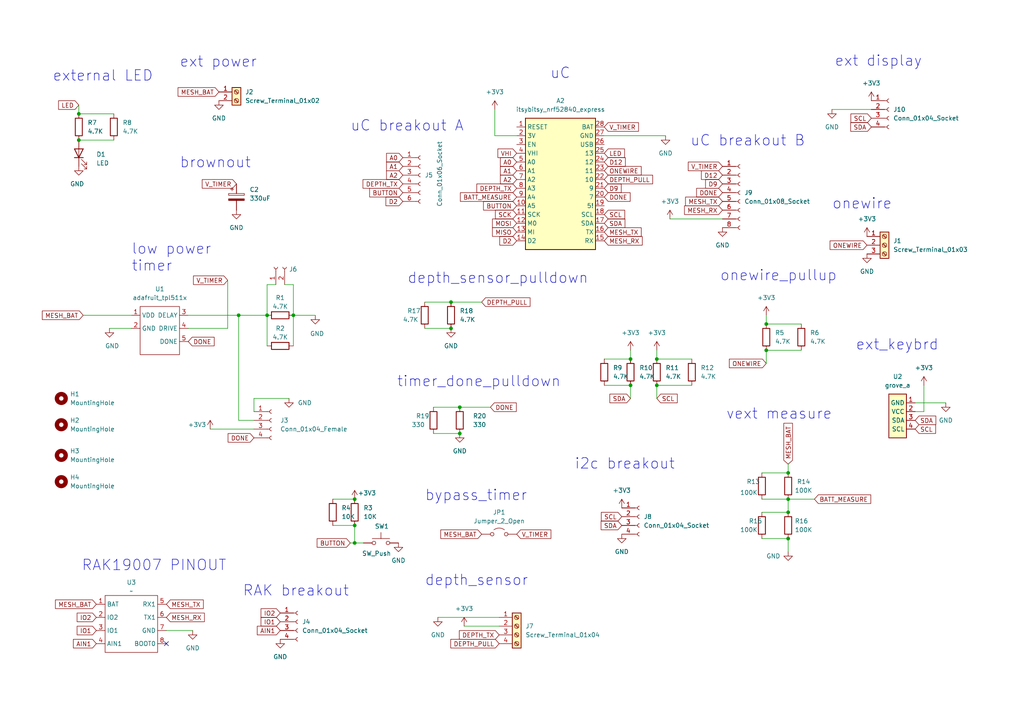
<source format=kicad_sch>
(kicad_sch (version 20231120) (generator "eeschema") (generator_version "8.0")
  (paper "A4")
  (lib_symbols
    (symbol "Connector:Conn_01x02_Socket" (pin_names (offset 1.016) hide)
      (property "Reference" "J" (at 0 2.54 0))
      (property "Value" "Conn_01x02_Socket" (at 0 -5.08 0))
      (symbol "Conn_01x02_Socket_1_1"
        (arc (start 0 -2.032) (mid -0.5058 -2.54) (end 0 -3.048) (stroke (width 0.1524)))
        (polyline (pts (xy -1.27 -2.54) (xy -0.508 -2.54)) (stroke (width 0.1524)))
        (polyline (pts (xy -1.27 0) (xy -0.508 0)) (stroke (width 0.1524)))
        (arc (start 0 0.508) (mid -0.5058 0) (end 0 -0.508) (stroke (width 0.1524)))
        (pin passive line (at -5.08 0 0) (length 3.81) (name "Pin_1") (number "1"))
        (pin passive line (at -5.08 -2.54 0) (length 3.81) (name "Pin_2") (number "2"))
      )
    )
    (symbol "Connector:Conn_01x04_Female" (pin_names (offset 1.016) hide)
      (property "Reference" "J" (at 0 5.08 0))
      (property "Value" "Conn_01x04_Female" (at 0 -7.62 0))
      (symbol "Conn_01x04_Female_1_1"
        (arc (start 0 -4.572) (mid -0.5058 -5.08) (end 0 -5.588) (stroke (width 0.1524)))
        (arc (start 0 -2.032) (mid -0.5058 -2.54) (end 0 -3.048) (stroke (width 0.1524)))
        (polyline (pts (xy -1.27 -5.08) (xy -0.508 -5.08)) (stroke (width 0.1524)))
        (polyline (pts (xy -1.27 -2.54) (xy -0.508 -2.54)) (stroke (width 0.1524)))
        (polyline (pts (xy -1.27 0) (xy -0.508 0)) (stroke (width 0.1524)))
        (polyline (pts (xy -1.27 2.54) (xy -0.508 2.54)) (stroke (width 0.1524)))
        (arc (start 0 0.508) (mid -0.5058 0) (end 0 -0.508) (stroke (width 0.1524)))
        (arc (start 0 3.048) (mid -0.5058 2.54) (end 0 2.032) (stroke (width 0.1524)))
        (pin passive line (at -5.08 2.54 0) (length 3.81) (name "Pin_1") (number "1"))
        (pin passive line (at -5.08 0 0) (length 3.81) (name "Pin_2") (number "2"))
        (pin passive line (at -5.08 -2.54 0) (length 3.81) (name "Pin_3") (number "3"))
        (pin passive line (at -5.08 -5.08 0) (length 3.81) (name "Pin_4") (number "4"))
      )
    )
    (symbol "Connector:Conn_01x04_Socket" (pin_names (offset 1.016) hide)
      (property "Reference" "J" (at 0 5.08 0))
      (property "Value" "Conn_01x04_Socket" (at 0 -7.62 0))
      (symbol "Conn_01x04_Socket_1_1"
        (arc (start 0 -4.572) (mid -0.5058 -5.08) (end 0 -5.588) (stroke (width 0.1524)))
        (arc (start 0 -2.032) (mid -0.5058 -2.54) (end 0 -3.048) (stroke (width 0.1524)))
        (polyline (pts (xy -1.27 -5.08) (xy -0.508 -5.08)) (stroke (width 0.1524)))
        (polyline (pts (xy -1.27 -2.54) (xy -0.508 -2.54)) (stroke (width 0.1524)))
        (polyline (pts (xy -1.27 0) (xy -0.508 0)) (stroke (width 0.1524)))
        (polyline (pts (xy -1.27 2.54) (xy -0.508 2.54)) (stroke (width 0.1524)))
        (arc (start 0 0.508) (mid -0.5058 0) (end 0 -0.508) (stroke (width 0.1524)))
        (arc (start 0 3.048) (mid -0.5058 2.54) (end 0 2.032) (stroke (width 0.1524)))
        (pin passive line (at -5.08 2.54 0) (length 3.81) (name "Pin_1") (number "1"))
        (pin passive line (at -5.08 0 0) (length 3.81) (name "Pin_2") (number "2"))
        (pin passive line (at -5.08 -2.54 0) (length 3.81) (name "Pin_3") (number "3"))
        (pin passive line (at -5.08 -5.08 0) (length 3.81) (name "Pin_4") (number "4"))
      )
    )
    (symbol "Connector:Conn_01x06_Socket" (pin_names (offset 1.016) hide)
      (property "Reference" "J" (at 0 7.62 0))
      (property "Value" "Conn_01x06_Socket" (at 0 -10.16 0))
      (symbol "Conn_01x06_Socket_1_1"
        (arc (start 0 -7.112) (mid -0.5058 -7.62) (end 0 -8.128) (stroke (width 0.1524)))
        (arc (start 0 -4.572) (mid -0.5058 -5.08) (end 0 -5.588) (stroke (width 0.1524)))
        (arc (start 0 -2.032) (mid -0.5058 -2.54) (end 0 -3.048) (stroke (width 0.1524)))
        (polyline (pts (xy -1.27 -7.62) (xy -0.508 -7.62)) (stroke (width 0.1524)))
        (polyline (pts (xy -1.27 -5.08) (xy -0.508 -5.08)) (stroke (width 0.1524)))
        (polyline (pts (xy -1.27 -2.54) (xy -0.508 -2.54)) (stroke (width 0.1524)))
        (polyline (pts (xy -1.27 0) (xy -0.508 0)) (stroke (width 0.1524)))
        (polyline (pts (xy -1.27 2.54) (xy -0.508 2.54)) (stroke (width 0.1524)))
        (polyline (pts (xy -1.27 5.08) (xy -0.508 5.08)) (stroke (width 0.1524)))
        (arc (start 0 0.508) (mid -0.5058 0) (end 0 -0.508) (stroke (width 0.1524)))
        (arc (start 0 3.048) (mid -0.5058 2.54) (end 0 2.032) (stroke (width 0.1524)))
        (arc (start 0 5.588) (mid -0.5058 5.08) (end 0 4.572) (stroke (width 0.1524)))
        (pin passive line (at -5.08 5.08 0) (length 3.81) (name "Pin_1") (number "1"))
        (pin passive line (at -5.08 2.54 0) (length 3.81) (name "Pin_2") (number "2"))
        (pin passive line (at -5.08 0 0) (length 3.81) (name "Pin_3") (number "3"))
        (pin passive line (at -5.08 -2.54 0) (length 3.81) (name "Pin_4") (number "4"))
        (pin passive line (at -5.08 -5.08 0) (length 3.81) (name "Pin_5") (number "5"))
        (pin passive line (at -5.08 -7.62 0) (length 3.81) (name "Pin_6") (number "6"))
      )
    )
    (symbol "Connector:Conn_01x08_Socket" (pin_names (offset 1.016) hide)
      (property "Reference" "J" (at 0 10.16 0))
      (property "Value" "Conn_01x08_Socket" (at 0 -12.7 0))
      (symbol "Conn_01x08_Socket_1_1"
        (arc (start 0 -9.652) (mid -0.5058 -10.16) (end 0 -10.668) (stroke (width 0.1524)))
        (arc (start 0 -7.112) (mid -0.5058 -7.62) (end 0 -8.128) (stroke (width 0.1524)))
        (arc (start 0 -4.572) (mid -0.5058 -5.08) (end 0 -5.588) (stroke (width 0.1524)))
        (arc (start 0 -2.032) (mid -0.5058 -2.54) (end 0 -3.048) (stroke (width 0.1524)))
        (polyline (pts (xy -1.27 -10.16) (xy -0.508 -10.16)) (stroke (width 0.1524)))
        (polyline (pts (xy -1.27 -7.62) (xy -0.508 -7.62)) (stroke (width 0.1524)))
        (polyline (pts (xy -1.27 -5.08) (xy -0.508 -5.08)) (stroke (width 0.1524)))
        (polyline (pts (xy -1.27 -2.54) (xy -0.508 -2.54)) (stroke (width 0.1524)))
        (polyline (pts (xy -1.27 0) (xy -0.508 0)) (stroke (width 0.1524)))
        (polyline (pts (xy -1.27 2.54) (xy -0.508 2.54)) (stroke (width 0.1524)))
        (polyline (pts (xy -1.27 5.08) (xy -0.508 5.08)) (stroke (width 0.1524)))
        (polyline (pts (xy -1.27 7.62) (xy -0.508 7.62)) (stroke (width 0.1524)))
        (arc (start 0 0.508) (mid -0.5058 0) (end 0 -0.508) (stroke (width 0.1524)))
        (arc (start 0 3.048) (mid -0.5058 2.54) (end 0 2.032) (stroke (width 0.1524)))
        (arc (start 0 5.588) (mid -0.5058 5.08) (end 0 4.572) (stroke (width 0.1524)))
        (arc (start 0 8.128) (mid -0.5058 7.62) (end 0 7.112) (stroke (width 0.1524)))
        (pin passive line (at -5.08 7.62 0) (length 3.81) (name "Pin_1") (number "1"))
        (pin passive line (at -5.08 5.08 0) (length 3.81) (name "Pin_2") (number "2"))
        (pin passive line (at -5.08 2.54 0) (length 3.81) (name "Pin_3") (number "3"))
        (pin passive line (at -5.08 0 0) (length 3.81) (name "Pin_4") (number "4"))
        (pin passive line (at -5.08 -2.54 0) (length 3.81) (name "Pin_5") (number "5"))
        (pin passive line (at -5.08 -5.08 0) (length 3.81) (name "Pin_6") (number "6"))
        (pin passive line (at -5.08 -7.62 0) (length 3.81) (name "Pin_7") (number "7"))
        (pin passive line (at -5.08 -10.16 0) (length 3.81) (name "Pin_8") (number "8"))
      )
    )
    (symbol "Connector:Screw_Terminal_01x02" (pin_names (offset 1.016) hide)
      (property "Reference" "J" (at 0 2.54 0))
      (property "Value" "Screw_Terminal_01x02" (at 0 -5.08 0))
      (symbol "Screw_Terminal_01x02_1_1"
        (rectangle (start -1.27 1.27) (end 1.27 -3.81) (stroke (width 0.254)) (fill (type background)))
        (circle (center 0 -2.54) (radius 0.635) (stroke (width 0.1524)))
        (polyline (pts (xy -0.5334 -2.2098) (xy 0.3302 -3.048)) (stroke (width 0.1524)))
        (polyline (pts (xy -0.5334 0.3302) (xy 0.3302 -0.508)) (stroke (width 0.1524)))
        (polyline (pts (xy -0.3556 -2.032) (xy 0.508 -2.8702)) (stroke (width 0.1524)))
        (polyline (pts (xy -0.3556 0.508) (xy 0.508 -0.3302)) (stroke (width 0.1524)))
        (circle (center 0 0) (radius 0.635) (stroke (width 0.1524)))
        (pin passive line (at -5.08 0 0) (length 3.81) (name "Pin_1") (number "1"))
        (pin passive line (at -5.08 -2.54 0) (length 3.81) (name "Pin_2") (number "2"))
      )
    )
    (symbol "Connector:Screw_Terminal_01x03" (pin_names (offset 1.016) hide)
      (property "Reference" "J" (at 0 5.08 0))
      (property "Value" "Screw_Terminal_01x03" (at 0 -5.08 0))
      (symbol "Screw_Terminal_01x03_1_1"
        (rectangle (start -1.27 3.81) (end 1.27 -3.81) (stroke (width 0.254)) (fill (type background)))
        (circle (center 0 -2.54) (radius 0.635) (stroke (width 0.1524)))
        (polyline (pts (xy -0.5334 -2.2098) (xy 0.3302 -3.048)) (stroke (width 0.1524)))
        (polyline (pts (xy -0.5334 0.3302) (xy 0.3302 -0.508)) (stroke (width 0.1524)))
        (polyline (pts (xy -0.5334 2.8702) (xy 0.3302 2.032)) (stroke (width 0.1524)))
        (polyline (pts (xy -0.3556 -2.032) (xy 0.508 -2.8702)) (stroke (width 0.1524)))
        (polyline (pts (xy -0.3556 0.508) (xy 0.508 -0.3302)) (stroke (width 0.1524)))
        (polyline (pts (xy -0.3556 3.048) (xy 0.508 2.2098)) (stroke (width 0.1524)))
        (circle (center 0 0) (radius 0.635) (stroke (width 0.1524)))
        (circle (center 0 2.54) (radius 0.635) (stroke (width 0.1524)))
        (pin passive line (at -5.08 2.54 0) (length 3.81) (name "Pin_1") (number "1"))
        (pin passive line (at -5.08 0 0) (length 3.81) (name "Pin_2") (number "2"))
        (pin passive line (at -5.08 -2.54 0) (length 3.81) (name "Pin_3") (number "3"))
      )
    )
    (symbol "Connector:Screw_Terminal_01x04" (pin_names (offset 1.016) hide)
      (property "Reference" "J" (at 0 5.08 0))
      (property "Value" "Screw_Terminal_01x04" (at 0 -7.62 0))
      (symbol "Screw_Terminal_01x04_1_1"
        (rectangle (start -1.27 3.81) (end 1.27 -6.35) (stroke (width 0.254)) (fill (type background)))
        (circle (center 0 -5.08) (radius 0.635) (stroke (width 0.1524)))
        (circle (center 0 -2.54) (radius 0.635) (stroke (width 0.1524)))
        (polyline (pts (xy -0.5334 -4.7498) (xy 0.3302 -5.588)) (stroke (width 0.1524)))
        (polyline (pts (xy -0.5334 -2.2098) (xy 0.3302 -3.048)) (stroke (width 0.1524)))
        (polyline (pts (xy -0.5334 0.3302) (xy 0.3302 -0.508)) (stroke (width 0.1524)))
        (polyline (pts (xy -0.5334 2.8702) (xy 0.3302 2.032)) (stroke (width 0.1524)))
        (polyline (pts (xy -0.3556 -4.572) (xy 0.508 -5.4102)) (stroke (width 0.1524)))
        (polyline (pts (xy -0.3556 -2.032) (xy 0.508 -2.8702)) (stroke (width 0.1524)))
        (polyline (pts (xy -0.3556 0.508) (xy 0.508 -0.3302)) (stroke (width 0.1524)))
        (polyline (pts (xy -0.3556 3.048) (xy 0.508 2.2098)) (stroke (width 0.1524)))
        (circle (center 0 0) (radius 0.635) (stroke (width 0.1524)))
        (circle (center 0 2.54) (radius 0.635) (stroke (width 0.1524)))
        (pin passive line (at -5.08 2.54 0) (length 3.81) (name "Pin_1") (number "1"))
        (pin passive line (at -5.08 0 0) (length 3.81) (name "Pin_2") (number "2"))
        (pin passive line (at -5.08 -2.54 0) (length 3.81) (name "Pin_3") (number "3"))
        (pin passive line (at -5.08 -5.08 0) (length 3.81) (name "Pin_4") (number "4"))
      )
    )
    (symbol "Device:C_Polarized" (pin_numbers hide) (pin_names (offset 0.254))
      (property "Reference" "C" (at 0.635 2.54 0))
      (property "Value" "C_Polarized" (at 0.635 -2.54 0))
      (symbol "C_Polarized_0_1"
        (rectangle (start -2.286 0.508) (end 2.286 1.016))
        (polyline (pts (xy -1.778 2.286) (xy -0.762 2.286)))
        (polyline (pts (xy -1.27 2.794) (xy -1.27 1.778)))
        (rectangle (start 2.286 -0.508) (end -2.286 -1.016) (fill (type outline)))
      )
      (symbol "C_Polarized_1_1"
        (pin passive line (at 0 3.81 270) (length 2.794) (name "~") (number "1"))
        (pin passive line (at 0 -3.81 90) (length 2.794) (name "~") (number "2"))
      )
    )
    (symbol "Device:LED" (pin_numbers hide) (pin_names (offset 1.016) hide)
      (property "Reference" "D" (at 0 2.54 0))
      (property "Value" "LED" (at 0 -2.54 0))
      (symbol "LED_0_1"
        (polyline (pts (xy -1.27 -1.27) (xy -1.27 1.27)) (stroke (width 0.254)))
        (polyline (pts (xy -1.27 0) (xy 1.27 0)))
        (polyline (pts (xy 1.27 -1.27) (xy 1.27 1.27) (xy -1.27 0) (xy 1.27 -1.27)) (stroke (width 0.254)))
        (polyline (pts (xy -3.048 -0.762) (xy -4.572 -2.286) (xy -3.81 -2.286) (xy -4.572 -2.286) (xy -4.572 -1.524)))
        (polyline (pts (xy -1.778 -0.762) (xy -3.302 -2.286) (xy -2.54 -2.286) (xy -3.302 -2.286) (xy -3.302 -1.524)))
      )
      (symbol "LED_1_1"
        (pin passive line (at -3.81 0 0) (length 2.54) (name "K") (number "1"))
        (pin passive line (at 3.81 0 180) (length 2.54) (name "A") (number "2"))
      )
    )
    (symbol "Device:R" (pin_numbers hide) (pin_names (offset 0))
      (property "Reference" "R" (at 2.032 0 90))
      (property "Value" "R" (at 0 0 90))
      (symbol "R_0_1"
        (rectangle (start -1.016 -2.54) (end 1.016 2.54) (stroke (width 0.254)))
      )
      (symbol "R_1_1"
        (pin passive line (at 0 3.81 270) (length 1.27) (name "~") (number "1"))
        (pin passive line (at 0 -3.81 90) (length 1.27) (name "~") (number "2"))
      )
    )
    (symbol "GND_11" (power) (pin_names (offset 0))
      (property "Value" "GND_11" (at 0 -3.81 0))
      (symbol "GND_11_0_1"
        (polyline (pts (xy 0 0) (xy 0 -1.27) (xy 1.27 -1.27) (xy 0 -2.54) (xy -1.27 -1.27) (xy 0 -1.27)))
      )
      (symbol "GND_11_1_1"
        (pin power_in line (at 0 0 270) (length 0) hide (name "GND") (number "1"))
      )
    )
    (symbol "GND_2" (power) (pin_names (offset 0))
      (property "Value" "GND_2" (at 0 -3.81 0))
      (symbol "GND_2_0_1"
        (polyline (pts (xy 0 0) (xy 0 -1.27) (xy 1.27 -1.27) (xy 0 -2.54) (xy -1.27 -1.27) (xy 0 -1.27)))
      )
      (symbol "GND_2_1_1"
        (pin power_in line (at 0 0 270) (length 0) hide (name "GND") (number "1"))
      )
    )
    (symbol "Jumper:Jumper_2_Open" (pin_numbers hide) (pin_names (offset 0) hide) (exclude_from_sim yes)
      (property "Reference" "JP" (at 0 2.794 0))
      (property "Value" "Jumper_2_Open" (at 0 -2.286 0))
      (symbol "Jumper_2_Open_0_0"
        (circle (center -2.032 0) (radius 0.508))
        (circle (center 2.032 0) (radius 0.508))
      )
      (symbol "Jumper_2_Open_0_1"
        (arc (start 1.524 1.27) (mid 0 1.778) (end -1.524 1.27))
      )
      (symbol "Jumper_2_Open_1_1"
        (pin passive line (at -5.08 0 0) (length 2.54) (name "A") (number "1"))
        (pin passive line (at 5.08 0 180) (length 2.54) (name "B") (number "2"))
      )
    )
    (symbol "Mechanical:MountingHole" (pin_names (offset 1.016))
      (property "Reference" "H" (at 0 5.08 0))
      (property "Value" "MountingHole" (at 0 3.175 0))
      (symbol "MountingHole_0_1"
        (circle (center 0 0) (radius 1.27) (stroke (width 1.27)))
      )
    )
    (symbol "Switch:SW_Push" (pin_numbers hide) (pin_names (offset 1.016) hide)
      (property "Reference" "SW" (at 1.27 2.54 0))
      (property "Value" "SW_Push" (at 0 -1.524 0))
      (symbol "SW_Push_0_1"
        (circle (center -2.032 0) (radius 0.508))
        (polyline (pts (xy 0 1.27) (xy 0 3.048)))
        (polyline (pts (xy 2.54 1.27) (xy -2.54 1.27)))
        (circle (center 2.032 0) (radius 0.508))
        (pin passive line (at -5.08 0 0) (length 2.54) (name "1") (number "1"))
        (pin passive line (at 5.08 0 180) (length 2.54) (name "2") (number "2"))
      )
    )
    (symbol "lucc:grove_a"
      (property "Reference" "U" (at -10.16 10.16 0))
      (property "Value" "grove_a" (at -4.064 11.43 0))
      (symbol "grove_a_0_1"
        (rectangle (start -2.54 7.62) (end 2.54 -5.08) (stroke (width 0.254)) (fill (type background)))
      )
      (symbol "grove_a_1_1"
        (pin bidirectional line (at 5.08 5.08 180) (length 2.54) (name "GND") (number "1"))
        (pin output line (at 5.08 2.54 180) (length 2.54) (name "VCC") (number "2"))
        (pin input line (at 5.08 0 180) (length 2.54) (name "SDA") (number "3"))
        (pin bidirectional line (at 5.08 -2.54 180) (length 2.54) (name "SCL") (number "4"))
      )
    )
    (symbol "lucc:itsybitsy_nrf52840_express"
      (property "Reference" "A" (at -10.16 28.575 0))
      (property "Value" "itsybitsy_nrf52840_express" (at -5.842 29.718 0))
      (symbol "itsybitsy_nrf52840_express_0_1"
        (rectangle (start -10.16 22.86) (end 10.16 -15.24) (stroke (width 0.254)) (fill (type background)))
      )
      (symbol "itsybitsy_nrf52840_express_1_1"
        (pin bidirectional line (at -12.7 20.32 0) (length 2.54) (name "RESET") (number "1"))
        (pin bidirectional line (at -12.7 -2.54 0) (length 2.54) (name "A5") (number "10"))
        (pin bidirectional line (at -12.7 -5.08 0) (length 2.54) (name "SCK") (number "11"))
        (pin bidirectional line (at -12.7 -7.62 0) (length 2.54) (name "M0") (number "12"))
        (pin bidirectional line (at -12.7 -10.16 0) (length 2.54) (name "MI") (number "13"))
        (pin bidirectional line (at -12.7 -12.7 0) (length 2.54) (name "D2") (number "14"))
        (pin bidirectional line (at 12.7 -12.7 180) (length 2.54) (name "RX") (number "15"))
        (pin bidirectional line (at 12.7 -10.16 180) (length 2.54) (name "TX") (number "16"))
        (pin bidirectional line (at 12.7 -7.62 180) (length 2.54) (name "SDA") (number "17"))
        (pin bidirectional line (at 12.7 -5.08 180) (length 2.54) (name "SCL") (number "18"))
        (pin bidirectional line (at 12.7 -2.54 180) (length 2.54) (name "5!") (number "19"))
        (pin bidirectional line (at -12.7 17.78 0) (length 2.54) (name "3V") (number "2"))
        (pin bidirectional line (at 12.7 0 180) (length 2.54) (name "7") (number "20"))
        (pin bidirectional line (at 12.7 2.54 180) (length 2.54) (name "9") (number "21"))
        (pin bidirectional line (at 12.7 5.08 180) (length 2.54) (name "10") (number "22"))
        (pin bidirectional line (at 12.7 7.62 180) (length 2.54) (name "11") (number "23"))
        (pin bidirectional line (at 12.7 10.16 180) (length 2.54) (name "12") (number "24"))
        (pin input line (at 12.7 12.7 180) (length 2.54) (name "13") (number "25"))
        (pin input line (at 12.7 15.24 180) (length 2.54) (name "USB") (number "26"))
        (pin input line (at 12.7 17.78 180) (length 2.54) (name "GND") (number "27"))
        (pin input line (at 12.7 20.32 180) (length 2.54) (name "BAT") (number "28"))
        (pin bidirectional line (at -12.7 15.24 0) (length 2.54) (name "EN") (number "3"))
        (pin bidirectional line (at -12.7 12.7 0) (length 2.54) (name "VHI") (number "4"))
        (pin bidirectional line (at -12.7 10.16 0) (length 2.54) (name "A0") (number "5"))
        (pin bidirectional line (at -12.7 7.62 0) (length 2.54) (name "A1") (number "6"))
        (pin bidirectional line (at -12.7 5.08 0) (length 2.54) (name "A2") (number "7"))
        (pin bidirectional line (at -12.7 2.54 0) (length 2.54) (name "A3") (number "8"))
        (pin bidirectional line (at -12.7 0 0) (length 2.54) (name "A4") (number "9"))
      )
    )
    (symbol "power:+3V3" (power) (pin_names (offset 0))
      (property "Value" "+3V3" (at 0 3.556 0))
      (symbol "+3V3_0_1"
        (polyline (pts (xy -0.762 1.27) (xy 0 2.54)))
        (polyline (pts (xy 0 0) (xy 0 2.54)))
        (polyline (pts (xy 0 2.54) (xy 0.762 1.27)))
      )
      (symbol "+3V3_1_1"
        (pin power_in line (at 0 0 90) (length 0) hide (name "+3V3") (number "1"))
      )
    )
    (symbol "power:GND" (power) (pin_names (offset 0))
      (property "Value" "GND" (at 0 -3.81 0))
      (symbol "GND_0_1"
        (polyline (pts (xy 0 0) (xy 0 -1.27) (xy 1.27 -1.27) (xy 0 -2.54) (xy -1.27 -1.27) (xy 0 -1.27)))
      )
      (symbol "GND_1_1"
        (pin power_in line (at 0 0 270) (length 0) hide (name "GND") (number "1"))
      )
    )
    (symbol "rak19007:rak19007"
      (property "Reference" "U" (at -2.032 5.842 0))
      (symbol "rak19007_0_1"
        (rectangle (start -7.62 3.81) (end 7.62 -12.7))
      )
      (symbol "rak19007_1_1"
        (pin input line (at -10.16 1.27 0) (length 2.54) (name "BAT") (number "1"))
        (pin input line (at -10.16 -2.54 0) (length 2.54) (name "IO2") (number "2"))
        (pin input line (at -10.16 -6.35 0) (length 2.54) (name "IO1") (number "3"))
        (pin input line (at -10.16 -10.16 0) (length 2.54) (name "AIN1") (number "4"))
        (pin input line (at 10.16 1.27 180) (length 2.54) (name "RX1") (number "5"))
        (pin input line (at 10.16 -2.54 180) (length 2.54) (name "TX1") (number "6"))
        (pin input line (at 10.16 -6.35 180) (length 2.54) (name "GND") (number "7"))
        (pin input line (at 10.16 -10.16 180) (length 2.54) (name "BOOT0") (number "8"))
      )
    )
    (symbol "sweet-p:adafruit_tpl511x"
      (property "Reference" "U" (at 0 10.16 0))
      (property "Value" "adafruit_tpl511x" (at 0 3.81 0))
      (symbol "adafruit_tpl511x_0_1"
        (rectangle (start -5.08 1.27) (end 6.35 -12.7))
      )
      (symbol "adafruit_tpl511x_1_1"
        (pin input line (at -7.62 -1.27 0) (length 2.54) (name "VDD") (number "1"))
        (pin input line (at -7.62 -5.08 0) (length 2.54) (name "GND") (number "2"))
        (pin input line (at 8.89 -1.27 180) (length 2.54) (name "DELAY") (number "3"))
        (pin input line (at 8.89 -5.08 180) (length 2.54) (name "DRIVE") (number "4"))
        (pin input line (at 8.89 -8.89 180) (length 2.54) (name "DONE") (number "5"))
      )
    )
  )
  (junction (at 130.81 87.63))
  (junction (at 182.88 104.14))
  (junction (at 133.35 118.11))
  (junction (at 130.81 95.25))
  (junction (at 228.6 137.16))
  (junction (at 85.09 91.44))
  (junction (at 190.5 104.14))
  (junction (at 190.5 111.76))
  (junction (at 222.25 93.98))
  (junction (at 228.6 148.59))
  (junction (at 228.6 156.21))
  (junction (at 77.47 91.44))
  (junction (at 102.87 157.48))
  (junction (at 182.88 111.76))
  (junction (at 22.86 33.02))
  (junction (at 69.215 91.44))
  (junction (at 133.35 125.73))
  (junction (at 22.86 40.64))
  (junction (at 228.6 144.78))
  (junction (at 222.25 101.6))
  (junction (at 102.87 144.78))
  (junction (at 102.87 152.4))
  (no_connect (at 48.26 186.69))
  (wire (pts (xy 134.62 181.61) (xy 144.78 181.61)))
  (wire (pts (xy 133.35 118.11) (xy 142.24 118.11)))
  (wire (pts (xy 182.88 111.76) (xy 182.88 115.57)))
  (wire (pts (xy 175.26 39.37) (xy 193.04 39.37)))
  (wire (pts (xy 228.6 134.62) (xy 228.6 137.16)))
  (wire (pts (xy 125.73 118.11) (xy 133.35 118.11)))
  (wire (pts (xy 222.25 101.6) (xy 222.25 105.41)))
  (wire (pts (xy 222.25 101.6) (xy 232.41 101.6)))
  (wire (pts (xy 190.5 111.76) (xy 190.5 115.57)))
  (wire (pts (xy 265.43 119.38) (xy 267.97 119.38)))
  (wire (pts (xy 125.73 125.73) (xy 133.35 125.73)))
  (wire (pts (xy 194.31 63.5) (xy 209.55 63.5)))
  (wire (pts (xy 69.215 91.44) (xy 69.215 121.92)))
  (wire (pts (xy 228.6 144.78) (xy 228.6 148.59)))
  (wire (pts (xy 77.47 82.55) (xy 80.01 82.55)))
  (wire (pts (xy 85.09 91.44) (xy 85.09 100.33)))
  (wire (pts (xy 22.86 33.02) (xy 33.02 33.02)))
  (wire (pts (xy 228.6 156.21) (xy 228.6 160.02)))
  (wire (pts (xy 123.19 95.25) (xy 130.81 95.25)))
  (wire (pts (xy 190.5 111.76) (xy 200.66 111.76)))
  (wire (pts (xy 101.6 157.48) (xy 102.87 157.48)))
  (wire (pts (xy 69.215 91.44) (xy 77.47 91.44)))
  (wire (pts (xy 265.43 116.84) (xy 274.32 116.84)))
  (wire (pts (xy 77.47 91.44) (xy 77.47 82.55)))
  (wire (pts (xy 22.86 30.48) (xy 22.86 33.02)))
  (wire (pts (xy 220.98 156.21) (xy 228.6 156.21)))
  (wire (pts (xy 73.66 115.57) (xy 83.82 115.57)))
  (wire (pts (xy 130.81 87.63) (xy 139.7 87.63)))
  (wire (pts (xy 123.19 87.63) (xy 130.81 87.63)))
  (wire (pts (xy 22.86 40.64) (xy 33.02 40.64)))
  (wire (pts (xy 85.09 91.44) (xy 91.44 91.44)))
  (wire (pts (xy 149.86 39.37) (xy 143.51 39.37)))
  (wire (pts (xy 85.09 82.55) (xy 82.55 82.55)))
  (wire (pts (xy 222.25 93.98) (xy 232.41 93.98)))
  (wire (pts (xy 24.13 91.44) (xy 38.1 91.44)))
  (wire (pts (xy 102.87 157.48) (xy 102.87 152.4)))
  (wire (pts (xy 222.25 91.44) (xy 222.25 93.98)))
  (wire (pts (xy 190.5 101.6) (xy 190.5 104.14)))
  (wire (pts (xy 96.52 152.4) (xy 102.87 152.4)))
  (wire (pts (xy 73.66 119.38) (xy 73.66 115.57)))
  (wire (pts (xy 220.98 144.78) (xy 228.6 144.78)))
  (wire (pts (xy 228.6 144.78) (xy 236.22 144.78)))
  (wire (pts (xy 85.09 91.44) (xy 85.09 82.55)))
  (wire (pts (xy 182.88 101.6) (xy 182.88 104.14)))
  (wire (pts (xy 77.47 91.44) (xy 77.47 100.33)))
  (wire (pts (xy 267.97 111.76) (xy 267.97 119.38)))
  (wire (pts (xy 190.5 104.14) (xy 200.66 104.14)))
  (wire (pts (xy 127 179.07) (xy 144.78 179.07)))
  (wire (pts (xy 31.75 95.25) (xy 38.1 95.25)))
  (wire (pts (xy 54.61 91.44) (xy 69.215 91.44)))
  (wire (pts (xy 60.96 124.46) (xy 73.66 124.46)))
  (wire (pts (xy 66.04 81.28) (xy 66.04 95.25)))
  (wire (pts (xy 54.61 95.25) (xy 66.04 95.25)))
  (wire (pts (xy 69.215 121.92) (xy 73.66 121.92)))
  (wire (pts (xy 241.3 31.75) (xy 252.73 31.75)))
  (wire (pts (xy 175.26 104.14) (xy 182.88 104.14)))
  (wire (pts (xy 105.41 157.48) (xy 102.87 157.48)))
  (wire (pts (xy 143.51 39.37) (xy 143.51 31.75)))
  (wire (pts (xy 220.98 148.59) (xy 228.6 148.59)))
  (wire (pts (xy 96.52 144.78) (xy 102.87 144.78)))
  (wire (pts (xy 220.98 137.16) (xy 228.6 137.16)))
  (wire (pts (xy 175.26 111.76) (xy 182.88 111.76)))
  (wire (pts (xy 48.26 182.88) (xy 55.88 182.88)))
  (text "uC breakout A" (at 101.6 38.354 0) (effects (font (size 3.048 3.048)) (justify left bottom)))
  (text "bypass_timer" (at 123.19 145.542 0) (effects (font (size 3.048 3.048)) (justify left bottom)))
  (text "brownout" (at 52.07 49.022 0) (effects (font (size 3.048 3.048)) (justify left bottom)))
  (text "depth_sensor_pulldown" (at 118.11 82.55 0) (effects (font (size 3.048 3.048)) (justify left bottom)))
  (text "vext measure" (at 210.566 121.92 0) (effects (font (size 3.048 3.048)) (justify left bottom)))
  (text "onewire" (at 241.3 60.96 0) (effects (font (size 3.048 3.048)) (justify left bottom)))
  (text "timer_done_pulldown" (at 115.062 112.522 0) (effects (font (size 3.048 3.048)) (justify left bottom)))
  (text "uC" (at 159.512 23.114 0) (effects (font (size 3.048 3.048)) (justify left bottom)))
  (text "ext_keybrd" (at 248.158 101.854 0) (effects (font (size 3.048 3.048)) (justify left bottom)))
  (text "onewire_pullup" (at 208.788 81.788 0) (effects (font (size 3.048 3.048)) (justify left bottom)))
  (text "uC breakout B" (at 200.152 42.672 0) (effects (font (size 3.048 3.048)) (justify left bottom)))
  (text "external LED" (at 15.24 23.876 0) (effects (font (size 3.048 3.048)) (justify left bottom)))
  (text "depth_sensor" (at 123.19 170.18 0) (effects (font (size 3.048 3.048)) (justify left bottom)))
  (text "RAK breakout" (at 70.358 173.228 0) (effects (font (size 3.048 3.048)) (justify left bottom)))
  (text "low power\ntimer" (at 38.1 78.994 0) (effects (font (size 3.048 3.048)) (justify left bottom)))
  (text "ext power" (at 52.07 19.812 0) (effects (font (size 3.048 3.048)) (justify left bottom)))
  (text "i2c breakout" (at 166.624 136.398 0) (effects (font (size 3.048 3.048)) (justify left bottom)))
  (text "ext display" (at 242.062 19.558 0) (effects (font (size 3.048 3.048)) (justify left bottom)))
  (text "RAK19007 PINOUT" (at 23.622 165.862 0) (effects (font (size 3.048 3.048)) (justify left bottom)))
  (global_label "A2" (shape input) (at 116.84 50.8 180) (property "Intersheetrefs" "${INTERSHEET_REFS}" (effects (hide yes))))
  (global_label "V_TIMER" (shape input) (at 209.55 48.26 180) (property "Intersheetrefs" "${INTERSHEET_REFS}" (effects (hide yes))))
  (global_label "DONE" (shape input) (at 209.55 55.88 180) (property "Intersheetrefs" "${INTERSHEET_REFS}" (effects (hide yes))))
  (global_label "D9" (shape input) (at 209.55 53.34 180) (property "Intersheetrefs" "${INTERSHEET_REFS}" (effects (hide yes))))
  (global_label "DEPTH_PULL" (shape input) (at 139.7 87.63 0) (property "Intersheetrefs" "${INTERSHEET_REFS}" (effects (hide yes))))
  (global_label "MESH_RX" (shape input) (at 175.26 69.85 0) (property "Intersheetrefs" "${INTERSHEET_REFS}" (effects (hide yes))))
  (global_label "SCL" (shape input) (at 190.5 115.57 0) (property "Intersheetrefs" "${INTERSHEET_REFS}" (effects (hide yes))))
  (global_label "VHI" (shape input) (at 149.86 44.45 180) (property "Intersheetrefs" "${INTERSHEET_REFS}" (effects (hide yes))))
  (global_label "V_TIMER" (shape input) (at 149.86 154.94 0) (property "Intersheetrefs" "${INTERSHEET_REFS}" (effects (hide yes))))
  (global_label "ONEWIRE" (shape input) (at 251.46 71.12 180) (property "Intersheetrefs" "${INTERSHEET_REFS}" (effects (hide yes))))
  (global_label "SDA" (shape input) (at 182.88 115.57 180) (property "Intersheetrefs" "${INTERSHEET_REFS}" (effects (hide yes))))
  (global_label "BUTTON" (shape input) (at 149.86 59.69 180) (property "Intersheetrefs" "${INTERSHEET_REFS}" (effects (hide yes))))
  (global_label "SCK" (shape input) (at 149.86 62.23 180) (property "Intersheetrefs" "${INTERSHEET_REFS}" (effects (hide yes))))
  (global_label "MESH_BAT" (shape input) (at 139.7 154.94 180) (property "Intersheetrefs" "${INTERSHEET_REFS}" (effects (hide yes))))
  (global_label "V_TIMER" (shape input) (at 66.04 81.28 180) (property "Intersheetrefs" "${INTERSHEET_REFS}" (effects (hide yes))))
  (global_label "SCL" (shape input) (at 252.73 34.29 180) (property "Intersheetrefs" "${INTERSHEET_REFS}" (effects (hide yes))))
  (global_label "DEPTH_TX" (shape input) (at 144.78 184.15 180) (property "Intersheetrefs" "${INTERSHEET_REFS}" (effects (hide yes))))
  (global_label "MESH_BAT" (shape input) (at 63.5 26.67 180) (property "Intersheetrefs" "${INTERSHEET_REFS}" (effects (hide yes))))
  (global_label "BUTTON" (shape input) (at 116.84 55.88 180) (property "Intersheetrefs" "${INTERSHEET_REFS}" (effects (hide yes))))
  (global_label "DEPTH_PULL" (shape input) (at 144.78 186.69 180) (property "Intersheetrefs" "${INTERSHEET_REFS}" (effects (hide yes))))
  (global_label "D2" (shape input) (at 149.86 69.85 180) (property "Intersheetrefs" "${INTERSHEET_REFS}" (effects (hide yes))))
  (global_label "MESH_TX" (shape input) (at 209.55 58.42 180) (property "Intersheetrefs" "${INTERSHEET_REFS}" (effects (hide yes))))
  (global_label "D9" (shape input) (at 175.26 54.61 0) (property "Intersheetrefs" "${INTERSHEET_REFS}" (effects (hide yes))))
  (global_label "LED" (shape input) (at 175.26 44.45 0) (property "Intersheetrefs" "${INTERSHEET_REFS}" (effects (hide yes))))
  (global_label "MISO" (shape input) (at 149.86 67.31 180) (property "Intersheetrefs" "${INTERSHEET_REFS}" (effects (hide yes))))
  (global_label "DONE" (shape input) (at 175.26 57.15 0) (property "Intersheetrefs" "${INTERSHEET_REFS}" (effects (hide yes))))
  (global_label "V_TIMER" (shape input) (at 68.58 53.34 180) (property "Intersheetrefs" "${INTERSHEET_REFS}" (effects (hide yes))))
  (global_label "D12" (shape input) (at 175.26 46.99 0) (property "Intersheetrefs" "${INTERSHEET_REFS}" (effects (hide yes))))
  (global_label "DEPTH_TX" (shape input) (at 149.86 54.61 180) (property "Intersheetrefs" "${INTERSHEET_REFS}" (effects (hide yes))))
  (global_label "LED" (shape input) (at 22.86 30.48 180) (property "Intersheetrefs" "${INTERSHEET_REFS}" (effects (hide yes))))
  (global_label "DONE" (shape input) (at 54.61 99.06 0) (property "Intersheetrefs" "${INTERSHEET_REFS}" (effects (hide yes))))
  (global_label "MESH_TX" (shape input) (at 48.26 175.26 0) (property "Intersheetrefs" "${INTERSHEET_REFS}" (effects (hide yes))))
  (global_label "IO2" (shape input) (at 27.94 179.07 180) (property "Intersheetrefs" "${INTERSHEET_REFS}" (effects (hide yes))))
  (global_label "A0" (shape input) (at 116.84 45.72 180) (property "Intersheetrefs" "${INTERSHEET_REFS}" (effects (hide yes))))
  (global_label "ONEWIRE" (shape input) (at 175.26 49.53 0) (property "Intersheetrefs" "${INTERSHEET_REFS}" (effects (hide yes))))
  (global_label "MESH_BAT" (shape input) (at 228.6 134.62 90) (property "Intersheetrefs" "${INTERSHEET_REFS}" (effects (hide yes))))
  (global_label "MESH_RX" (shape input) (at 209.55 60.96 180) (property "Intersheetrefs" "${INTERSHEET_REFS}" (effects (hide yes))))
  (global_label "A1" (shape input) (at 149.86 49.53 180) (property "Intersheetrefs" "${INTERSHEET_REFS}" (effects (hide yes))))
  (global_label "MESH_BAT" (shape input) (at 27.94 175.26 180) (property "Intersheetrefs" "${INTERSHEET_REFS}" (effects (hide yes))))
  (global_label "BUTTON" (shape input) (at 101.6 157.48 180) (property "Intersheetrefs" "${INTERSHEET_REFS}" (effects (hide yes))))
  (global_label "SDA" (shape input) (at 265.43 121.92 0) (property "Intersheetrefs" "${INTERSHEET_REFS}" (effects (hide yes))))
  (global_label "AIN1" (shape input) (at 27.94 186.69 180) (property "Intersheetrefs" "${INTERSHEET_REFS}" (effects (hide yes))))
  (global_label "A0" (shape input) (at 149.86 46.99 180) (property "Intersheetrefs" "${INTERSHEET_REFS}" (effects (hide yes))))
  (global_label "SCL" (shape input) (at 180.34 149.86 180) (property "Intersheetrefs" "${INTERSHEET_REFS}" (effects (hide yes))))
  (global_label "AIN1" (shape input) (at 81.28 182.88 180) (property "Intersheetrefs" "${INTERSHEET_REFS}" (effects (hide yes))))
  (global_label "SDA" (shape input) (at 180.34 152.4 180) (property "Intersheetrefs" "${INTERSHEET_REFS}" (effects (hide yes))))
  (global_label "MESH_TX" (shape input) (at 175.26 67.31 0) (property "Intersheetrefs" "${INTERSHEET_REFS}" (effects (hide yes))))
  (global_label "IO1" (shape input) (at 81.28 180.34 180) (property "Intersheetrefs" "${INTERSHEET_REFS}" (effects (hide yes))))
  (global_label "MOSI" (shape input) (at 149.86 64.77 180) (property "Intersheetrefs" "${INTERSHEET_REFS}" (effects (hide yes))))
  (global_label "BATT_MEASURE" (shape input) (at 236.22 144.78 0) (property "Intersheetrefs" "${INTERSHEET_REFS}" (effects (hide yes))))
  (global_label "V_TIMER" (shape input) (at 175.26 36.83 0) (property "Intersheetrefs" "${INTERSHEET_REFS}" (effects (hide yes))))
  (global_label "A1" (shape input) (at 116.84 48.26 180) (property "Intersheetrefs" "${INTERSHEET_REFS}" (effects (hide yes))))
  (global_label "DONE" (shape input) (at 73.66 127 180) (property "Intersheetrefs" "${INTERSHEET_REFS}" (effects (hide yes))))
  (global_label "MESH_BAT" (shape input) (at 24.13 91.44 180) (property "Intersheetrefs" "${INTERSHEET_REFS}" (effects (hide yes))))
  (global_label "BATT_MEASURE" (shape input) (at 149.86 57.15 180) (property "Intersheetrefs" "${INTERSHEET_REFS}" (effects (hide yes))))
  (global_label "ONEWIRE" (shape input) (at 222.25 105.41 180) (property "Intersheetrefs" "${INTERSHEET_REFS}" (effects (hide yes))))
  (global_label "D12" (shape input) (at 209.55 50.8 180) (property "Intersheetrefs" "${INTERSHEET_REFS}" (effects (hide yes))))
  (global_label "DEPTH_PULL" (shape input) (at 175.26 52.07 0) (property "Intersheetrefs" "${INTERSHEET_REFS}" (effects (hide yes))))
  (global_label "SDA" (shape input) (at 252.73 36.83 180) (property "Intersheetrefs" "${INTERSHEET_REFS}" (effects (hide yes))))
  (global_label "IO2" (shape input) (at 81.28 177.8 180) (property "Intersheetrefs" "${INTERSHEET_REFS}" (effects (hide yes))))
  (global_label "DONE" (shape input) (at 142.24 118.11 0) (property "Intersheetrefs" "${INTERSHEET_REFS}" (effects (hide yes))))
  (global_label "DEPTH_TX" (shape input) (at 116.84 53.34 180) (property "Intersheetrefs" "${INTERSHEET_REFS}" (effects (hide yes))))
  (global_label "A2" (shape input) (at 149.86 52.07 180) (property "Intersheetrefs" "${INTERSHEET_REFS}" (effects (hide yes))))
  (global_label "D2" (shape input) (at 116.84 58.42 180) (property "Intersheetrefs" "${INTERSHEET_REFS}" (effects (hide yes))))
  (global_label "SCL" (shape input) (at 175.26 62.23 0) (property "Intersheetrefs" "${INTERSHEET_REFS}" (effects (hide yes))))
  (global_label "SCL" (shape input) (at 265.43 124.46 0) (property "Intersheetrefs" "${INTERSHEET_REFS}" (effects (hide yes))))
  (global_label "SDA" (shape input) (at 175.26 64.77 0) (property "Intersheetrefs" "${INTERSHEET_REFS}" (effects (hide yes))))
  (global_label "IO1" (shape input) (at 27.94 182.88 180) (property "Intersheetrefs" "${INTERSHEET_REFS}" (effects (hide yes))))
  (global_label "MESH_RX" (shape input) (at 48.26 179.07 0) (property "Intersheetrefs" "${INTERSHEET_REFS}" (effects (hide yes))))
  (symbol (lib_id "power:GND") (at 228.6 160.02 0) (unit 1)
    (property "Reference" "#PWR022" (effects (hide yes)))
    (property "Value" "GND" (at 222.25 161.29 0) (effects (justify left)))
  )
  (symbol (lib_id "rak19007:rak19007") (at 38.1 176.53 0) (unit 1)
    (property "Reference" "U3" (at 38.1 168.91 0))
    (property "Value" "~" (at 38.1 171.45 0))
    (property "Footprint" "rak19007:rak19007" (effects (hide yes)))
  )
  (symbol (lib_name "GND_11") (lib_id "power:GND") (at 274.32 116.84 0) (unit 1)
    (property "Reference" "#PWR028" (effects (hide yes)))
    (property "Value" "GND" (at 274.32 121.92 0))
  )
  (symbol (lib_id "Mechanical:MountingHole") (at 17.78 123.19 0) (unit 1)
    (property "Reference" "H2" (at 20.32 121.9199 0) (effects (justify left)))
    (property "Value" "MountingHole" (at 20.32 124.4599 0) (effects (justify left)))
    (property "Footprint" "MountingHole:MountingHole_3.2mm_M3" (effects (hide yes)))
  )
  (symbol (lib_id "power:+3V3") (at 134.62 181.61 0) (unit 1)
    (property "Reference" "#PWR030" (effects (hide yes)))
    (property "Value" "+3V3" (at 134.62 176.53 0))
  )
  (symbol (lib_id "power:+3V3") (at 180.34 147.32 0) (unit 1)
    (property "Reference" "#PWR024" (effects (hide yes)))
    (property "Value" "+3V3" (at 180.34 142.24 0))
  )
  (symbol (lib_id "power:+3V3") (at 143.51 31.75 0) (unit 1)
    (property "Reference" "#PWR018" (effects (hide yes)))
    (property "Value" "+3V3" (at 143.51 26.67 0))
  )
  (symbol (lib_id "power:+3V3") (at 267.97 111.76 0) (unit 1)
    (property "Reference" "#PWR031" (effects (hide yes)))
    (property "Value" "+3V3" (at 267.97 106.68 0))
  )
  (symbol (lib_id "Connector:Conn_01x06_Socket") (at 121.92 50.8 0) (unit 1)
    (property "Reference" "J5" (at 123.19 50.7999 0) (effects (justify left)))
    (property "Value" "Conn_01x06_Socket" (at 127.508 59.944 90) (effects (justify left)))
    (property "Footprint" "Connector_PinHeader_2.54mm:PinHeader_1x06_P2.54mm_Vertical" (effects (hide yes)))
    (property "Description" "Generic connector, single row, 01x06, script generated" (effects (hide yes)))
  )
  (symbol (lib_id "Device:R") (at 228.6 140.97 0) (unit 1)
    (property "Reference" "R14" (at 231.14 139.7 0) (effects (justify left)))
    (property "Value" "100K" (at 230.505 142.24 0) (effects (justify left)))
    (property "Footprint" "Resistor_SMD:R_0603_1608Metric_Pad0.98x0.95mm_HandSolder" (effects (hide yes)))
  )
  (symbol (lib_id "Device:R") (at 102.87 148.59 0) (unit 1)
    (property "Reference" "R3" (at 105.41 147.3199 0) (effects (justify left)))
    (property "Value" "10K" (at 105.41 149.8599 0) (effects (justify left)))
    (property "Footprint" "Resistor_SMD:R_0603_1608Metric_Pad0.98x0.95mm_HandSolder" (effects (hide yes)))
    (property "Description" "Resistor" (effects (hide yes)))
  )
  (symbol (lib_id "Connector:Conn_01x02_Socket") (at 80.01 77.47 90) (unit 1)
    (property "Reference" "J6" (at 83.82 78.1049 90) (effects (justify right)))
    (property "Value" "Conn_01x02_Socket" (effects (hide yes)))
    (property "Footprint" "Connector_PinSocket_2.54mm:PinSocket_1x02_P2.54mm_Vertical" (effects (hide yes)))
    (property "Description" "Generic connector, single row, 01x02, script generated" (effects (hide yes)))
  )
  (symbol (lib_id "Device:R") (at 190.5 107.95 0) (unit 1)
    (property "Reference" "R11" (at 193.04 106.6799 0) (effects (justify left)))
    (property "Value" "4.7K" (at 193.04 109.2199 0) (effects (justify left)))
    (property "Footprint" "Resistor_SMD:R_0603_1608Metric_Pad0.98x0.95mm_HandSolder" (effects (hide yes)))
  )
  (symbol (lib_id "Connector:Screw_Terminal_01x04") (at 149.86 181.61 0) (unit 1)
    (property "Reference" "J7" (at 152.4 181.6099 0) (effects (justify left)))
    (property "Value" "Screw_Terminal_01x04" (at 152.4 184.1499 0) (effects (justify left)))
    (property "Footprint" "TerminalBlock_Phoenix:TerminalBlock_Phoenix_MKDS-1,5-4_1x04_P5.00mm_Horizontal" (effects (hide yes)))
    (property "Description" "Generic screw terminal, single row, 01x04, script generated (kicad-library-utils/schlib/autogen/connector/)" (effects (hide yes)))
  )
  (symbol (lib_id "Device:R") (at 123.19 91.44 0) (unit 1)
    (property "Reference" "R17" (at 118.11 90.17 0) (effects (justify left)))
    (property "Value" "4.7K" (at 116.84 92.71 0) (effects (justify left)))
    (property "Footprint" "Resistor_THT:R_Axial_DIN0204_L3.6mm_D1.6mm_P7.62mm_Horizontal" (effects (hide yes)))
  )
  (symbol (lib_name "GND_2") (lib_id "power:GND") (at 83.82 115.57 0) (unit 1)
    (property "Reference" "#PWR08" (effects (hide yes)))
    (property "Value" "GND" (at 86.36 116.8399 0) (effects (justify left)))
  )
  (symbol (lib_id "Device:R") (at 182.88 107.95 0) (unit 1)
    (property "Reference" "R10" (at 185.42 106.6799 0) (effects (justify left)))
    (property "Value" "4.7K" (at 185.42 109.2199 0) (effects (justify left)))
    (property "Footprint" "Resistor_SMD:R_0603_1608Metric_Pad0.98x0.95mm_HandSolder" (effects (hide yes)))
  )
  (symbol (lib_id "Connector:Screw_Terminal_01x02") (at 68.58 26.67 0) (unit 1)
    (property "Reference" "J2" (at 71.12 26.6699 0) (effects (justify left)))
    (property "Value" "Screw_Terminal_01x02" (at 71.12 29.2099 0) (effects (justify left)))
    (property "Footprint" "TerminalBlock_Phoenix:TerminalBlock_Phoenix_MKDS-1,5-2_1x02_P5.00mm_Horizontal" (effects (hide yes)))
  )
  (symbol (lib_id "Device:R") (at 96.52 148.59 0) (unit 1)
    (property "Reference" "R4" (at 99.06 147.3199 0) (effects (justify left)))
    (property "Value" "10K" (at 99.06 149.8599 0) (effects (justify left)))
    (property "Footprint" "Resistor_THT:R_Axial_DIN0204_L3.6mm_D1.6mm_P7.62mm_Horizontal" (effects (hide yes)))
    (property "Description" "Resistor" (effects (hide yes)))
  )
  (symbol (lib_id "Device:R") (at 220.98 140.97 0) (unit 1)
    (property "Reference" "R13" (at 216.535 139.7 0) (effects (justify left)))
    (property "Value" "100K" (at 214.63 142.875 0) (effects (justify left)))
    (property "Footprint" "Resistor_THT:R_Axial_DIN0204_L3.6mm_D1.6mm_P7.62mm_Horizontal" (effects (hide yes)))
  )
  (symbol (lib_id "lucc:grove_a") (at 260.35 121.92 0) (unit 1)
    (property "Reference" "U2" (at 260.35 109.22 0))
    (property "Value" "grove_a" (at 260.35 111.76 0))
    (property "Footprint" "footprints:grove_a" (effects (hide yes)))
    (property "Datasheet" "https://ww1.microchip.com/downloads/en/DeviceDoc/20005533A.pdf" (effects (hide yes)))
    (property "Description" "CAN FD Transceiver with Silent Mode, up to 8 Mbps, TDFN-8" (effects (hide yes)))
  )
  (symbol (lib_id "power:GND") (at 68.58 60.96 0) (unit 1)
    (property "Reference" "#PWR02" (effects (hide yes)))
    (property "Value" "GND" (at 68.58 66.04 0))
  )
  (symbol (lib_id "Mechanical:MountingHole") (at 17.78 132.08 0) (unit 1)
    (property "Reference" "H3" (at 20.32 130.8099 0) (effects (justify left)))
    (property "Value" "MountingHole" (at 20.32 133.3499 0) (effects (justify left)))
    (property "Footprint" "MountingHole:MountingHole_3.2mm_M3" (effects (hide yes)))
  )
  (symbol (lib_id "Device:R") (at 130.81 91.44 0) (unit 1)
    (property "Reference" "R18" (at 133.35 90.1699 0) (effects (justify left)))
    (property "Value" "4.7K" (at 133.35 92.7099 0) (effects (justify left)))
    (property "Footprint" "Resistor_SMD:R_0603_1608Metric_Pad0.98x0.95mm_HandSolder" (effects (hide yes)))
  )
  (symbol (lib_id "Device:R") (at 22.86 36.83 0) (unit 1)
    (property "Reference" "R7" (at 25.4 35.5599 0) (effects (justify left)))
    (property "Value" "4.7K" (at 25.4 38.0999 0) (effects (justify left)))
    (property "Footprint" "Resistor_THT:R_Axial_DIN0204_L3.6mm_D1.6mm_P7.62mm_Horizontal" (effects (hide yes)))
  )
  (symbol (lib_id "Connector:Conn_01x04_Socket") (at 257.81 31.75 0) (unit 1)
    (property "Reference" "J10" (at 259.08 31.7499 0) (effects (justify left)))
    (property "Value" "Conn_01x04_Socket" (at 259.08 34.2899 0) (effects (justify left)))
    (property "Footprint" "footprints:ssd1306_a" (effects (hide yes)))
    (property "Description" "Generic connector, single row, 01x04, script generated" (effects (hide yes)))
  )
  (symbol (lib_id "Device:R") (at 125.73 121.92 0) (unit 1)
    (property "Reference" "R19" (at 120.65 120.65 0) (effects (justify left)))
    (property "Value" "330" (at 119.38 123.19 0) (effects (justify left)))
    (property "Footprint" "Resistor_THT:R_Axial_DIN0204_L3.6mm_D1.6mm_P7.62mm_Horizontal" (effects (hide yes)))
  )
  (symbol (lib_id "Switch:SW_Push") (at 110.49 157.48 0) (unit 1)
    (property "Reference" "SW1" (at 110.744 152.654 0))
    (property "Value" "SW_Push" (at 109.22 160.528 0))
    (property "Footprint" "Button_Switch_THT:SW_PUSH_6mm" (effects (hide yes)))
    (property "Description" "Push button switch, generic, two pins" (effects (hide yes)))
  )
  (symbol (lib_name "GND_11") (lib_id "power:GND") (at 81.28 185.42 0) (unit 1)
    (property "Reference" "#PWR010" (effects (hide yes)))
    (property "Value" "GND" (at 81.28 190.5 0))
  )
  (symbol (lib_id "Connector:Conn_01x04_Female") (at 78.74 121.92 0) (unit 1)
    (property "Reference" "J3" (at 81.28 121.9199 0) (effects (justify left)))
    (property "Value" "Conn_01x04_Female" (at 81.28 124.4599 0) (effects (justify left)))
    (property "Footprint" "Connector_PinSocket_2.54mm:PinSocket_1x04_P2.54mm_Vertical" (effects (hide yes)))
  )
  (symbol (lib_id "power:GND") (at 130.81 95.25 0) (unit 1)
    (property "Reference" "#PWR023" (effects (hide yes)))
    (property "Value" "GND" (at 130.81 100.33 0))
  )
  (symbol (lib_name "GND_11") (lib_id "power:GND") (at 241.3 31.75 0) (unit 1)
    (property "Reference" "#PWR025" (effects (hide yes)))
    (property "Value" "GND" (at 241.3 36.83 0))
  )
  (symbol (lib_id "power:+3V3") (at 194.31 63.5 0) (unit 1)
    (property "Reference" "#PWR020" (effects (hide yes)))
    (property "Value" "+3V3" (at 194.31 58.42 0))
  )
  (symbol (lib_id "Device:R") (at 133.35 121.92 0) (unit 1)
    (property "Reference" "R20" (at 137.16 120.6499 0) (effects (justify left)))
    (property "Value" "330" (at 137.16 123.1899 0) (effects (justify left)))
    (property "Footprint" "Resistor_SMD:R_0603_1608Metric_Pad0.98x0.95mm_HandSolder" (effects (hide yes)))
  )
  (symbol (lib_id "power:GND") (at 63.5 29.21 0) (unit 1)
    (property "Reference" "#PWR04" (effects (hide yes)))
    (property "Value" "GND" (at 63.5 34.29 0))
  )
  (symbol (lib_id "power:GND") (at 193.04 39.37 0) (unit 1)
    (property "Reference" "#PWR01" (effects (hide yes)))
    (property "Value" "GND" (at 193.04 44.45 0))
  )
  (symbol (lib_id "Device:C_Polarized") (at 68.58 57.15 0) (unit 1)
    (property "Reference" "C2" (at 72.39 54.9909 0) (effects (justify left)))
    (property "Value" "330uF" (at 72.39 57.5309 0) (effects (justify left)))
    (property "Footprint" "Capacitor_THT:CP_Radial_D5.0mm_P2.00mm" (effects (hide yes)))
    (property "Description" "Polarized capacitor" (effects (hide yes)))
  )
  (symbol (lib_id "sweet-p:adafruit_tpl511x") (at 45.72 90.17 0) (unit 1)
    (property "Reference" "U1" (at 46.355 83.82 0))
    (property "Value" "adafruit_tpl511x" (at 46.355 86.36 0))
    (property "Footprint" "footprints:adafruit_tpl511x" (effects (hide yes)))
  )
  (symbol (lib_name "GND_11") (lib_id "power:GND") (at 180.34 154.94 0) (unit 1)
    (property "Reference" "#PWR011" (effects (hide yes)))
    (property "Value" "GND" (at 180.34 160.02 0))
  )
  (symbol (lib_id "power:+3V3") (at 252.73 29.21 0) (unit 1)
    (property "Reference" "#PWR027" (effects (hide yes)))
    (property "Value" "+3V3" (at 252.73 24.13 0))
  )
  (symbol (lib_id "Connector:Screw_Terminal_01x03") (at 256.54 71.12 0) (unit 1)
    (property "Reference" "J1" (at 259.08 69.8499 0) (effects (justify left)))
    (property "Value" "Screw_Terminal_01x03" (at 259.08 72.3899 0) (effects (justify left)))
    (property "Footprint" "TerminalBlock_Phoenix:TerminalBlock_Phoenix_MKDS-1,5-3_1x03_P5.00mm_Horizontal" (effects (hide yes)))
    (property "Description" "Generic screw terminal, single row, 01x03, script generated (kicad-library-utils/schlib/autogen/connector/)" (effects (hide yes)))
  )
  (symbol (lib_id "power:+3V3") (at 222.25 91.44 0) (unit 1)
    (property "Reference" "#PWR014" (effects (hide yes)))
    (property "Value" "+3V3" (at 222.25 86.36 0))
  )
  (symbol (lib_id "power:+3V3") (at 102.87 144.78 0) (unit 1)
    (property "Reference" "#PWR016" (effects (hide yes)))
    (property "Value" "+3V3" (at 106.426 143.002 0))
  )
  (symbol (lib_id "Device:R") (at 81.28 91.44 90) (unit 1)
    (property "Reference" "R1" (at 81.28 86.36 90))
    (property "Value" "4.7K" (at 81.28 88.9 90))
    (property "Footprint" "Resistor_SMD:R_0603_1608Metric_Pad0.98x0.95mm_HandSolder" (effects (hide yes)))
  )
  (symbol (lib_id "power:+3V3") (at 190.5 101.6 0) (unit 1)
    (property "Reference" "#PWR013" (effects (hide yes)))
    (property "Value" "+3V3" (at 190.5 96.52 0))
  )
  (symbol (lib_name "GND_11") (lib_id "power:GND") (at 251.46 73.66 0) (unit 1)
    (property "Reference" "#PWR03" (effects (hide yes)))
    (property "Value" "GND" (at 251.46 78.74 0))
  )
  (symbol (lib_id "power:GND") (at 209.55 66.04 0) (unit 1)
    (property "Reference" "#PWR017" (effects (hide yes)))
    (property "Value" "GND" (at 209.55 71.12 0))
  )
  (symbol (lib_id "Connector:Conn_01x08_Socket") (at 214.63 55.88 0) (unit 1)
    (property "Reference" "J9" (at 215.9 55.8799 0) (effects (justify left)))
    (property "Value" "Conn_01x08_Socket" (at 215.9 58.4199 0) (effects (justify left)))
    (property "Footprint" "Connector_PinHeader_2.54mm:PinHeader_1x08_P2.54mm_Vertical" (effects (hide yes)))
    (property "Description" "Generic connector, single row, 01x08, script generated" (effects (hide yes)))
  )
  (symbol (lib_id "power:+3V3") (at 251.46 68.58 0) (unit 1)
    (property "Reference" "#PWR07" (effects (hide yes)))
    (property "Value" "+3V3" (at 251.46 63.5 0))
  )
  (symbol (lib_id "Mechanical:MountingHole") (at 17.78 115.57 0) (unit 1)
    (property "Reference" "H1" (at 20.32 114.2999 0) (effects (justify left)))
    (property "Value" "MountingHole" (at 20.32 116.8399 0) (effects (justify left)))
    (property "Footprint" "MountingHole:MountingHole_3.2mm_M3" (effects (hide yes)))
  )
  (symbol (lib_name "GND_2") (lib_id "power:GND") (at 31.75 95.25 0) (unit 1)
    (property "Reference" "#PWR05" (effects (hide yes)))
    (property "Value" "GND" (at 30.48 100.33 0) (effects (justify left)))
  )
  (symbol (lib_id "Device:R") (at 175.26 107.95 0) (unit 1)
    (property "Reference" "R9" (at 177.8 106.6799 0) (effects (justify left)))
    (property "Value" "4.7K" (at 177.8 109.2199 0) (effects (justify left)))
    (property "Footprint" "Resistor_THT:R_Axial_DIN0204_L3.6mm_D1.6mm_P7.62mm_Horizontal" (effects (hide yes)))
  )
  (symbol (lib_name "GND_11") (lib_id "power:GND") (at 127 179.07 0) (unit 1)
    (property "Reference" "#PWR029" (effects (hide yes)))
    (property "Value" "GND" (at 127 184.15 0))
  )
  (symbol (lib_id "Connector:Conn_01x04_Socket") (at 86.36 180.34 0) (unit 1)
    (property "Reference" "J4" (at 87.63 180.3399 0) (effects (justify left)))
    (property "Value" "Conn_01x04_Socket" (at 87.63 182.8799 0) (effects (justify left)))
    (property "Footprint" "Connector_PinHeader_2.54mm:PinHeader_1x04_P2.54mm_Vertical" (effects (hide yes)))
    (property "Description" "Generic connector, single row, 01x04, script generated" (effects (hide yes)))
  )
  (symbol (lib_id "power:GND") (at 22.86 48.26 0) (unit 1)
    (property "Reference" "#PWR015" (effects (hide yes)))
    (property "Value" "GND" (at 20.32 53.34 0) (effects (justify left)))
  )
  (symbol (lib_id "power:GND") (at 133.35 125.73 0) (unit 1)
    (property "Reference" "#PWR026" (effects (hide yes)))
    (property "Value" "GND" (at 133.35 130.81 0))
  )
  (symbol (lib_id "Jumper:Jumper_2_Open") (at 144.78 154.94 0) (unit 1) (exclude_from_sim yes)
    (property "Reference" "JP1" (at 144.78 148.59 0))
    (property "Value" "Jumper_2_Open" (at 144.78 151.13 0))
    (property "Footprint" "Jumper:SolderJumper-2_P1.3mm_Open_Pad1.0x1.5mm" (effects (hide yes)))
    (property "Description" "Jumper, 2-pole, open" (effects (hide yes)))
  )
  (symbol (lib_name "GND_2") (lib_id "power:GND") (at 115.57 157.48 0) (unit 1)
    (property "Reference" "#PWR019" (effects (hide yes)))
    (property "Value" "GND" (at 115.57 162.56 0))
  )
  (symbol (lib_id "Device:R") (at 232.41 97.79 0) (unit 1)
    (property "Reference" "R6" (at 234.95 96.5199 0) (effects (justify left)))
    (property "Value" "4.7K" (at 234.95 99.0599 0) (effects (justify left)))
    (property "Footprint" "Resistor_THT:R_Axial_DIN0204_L3.6mm_D1.6mm_P7.62mm_Horizontal" (effects (hide yes)))
  )
  (symbol (lib_name "GND_2") (lib_id "power:GND") (at 91.44 91.44 0) (unit 1)
    (property "Reference" "#PWR06" (effects (hide yes)))
    (property "Value" "GND" (at 89.916 96.774 0) (effects (justify left)))
  )
  (symbol (lib_id "Device:R") (at 200.66 107.95 0) (unit 1)
    (property "Reference" "R12" (at 203.2 106.6799 0) (effects (justify left)))
    (property "Value" "4.7K" (at 203.2 109.2199 0) (effects (justify left)))
    (property "Footprint" "Resistor_THT:R_Axial_DIN0204_L3.6mm_D1.6mm_P7.62mm_Horizontal" (effects (hide yes)))
  )
  (symbol (lib_id "Device:R") (at 81.28 100.33 90) (unit 1)
    (property "Reference" "R2" (at 81.28 95.25 90))
    (property "Value" "4.7K" (at 81.28 97.79 90))
    (property "Footprint" "Resistor_THT:R_Axial_DIN0204_L3.6mm_D1.6mm_P7.62mm_Horizontal" (effects (hide yes)))
  )
  (symbol (lib_name "GND_11") (lib_id "power:GND") (at 55.88 182.88 0) (unit 1)
    (property "Reference" "#PWR021" (effects (hide yes)))
    (property "Value" "GND" (at 55.88 187.96 0))
  )
  (symbol (lib_id "Connector:Conn_01x04_Socket") (at 185.42 149.86 0) (unit 1)
    (property "Reference" "J8" (at 186.69 149.8599 0) (effects (justify left)))
    (property "Value" "Conn_01x04_Socket" (at 186.69 152.3999 0) (effects (justify left)))
    (property "Footprint" "Connector_PinHeader_2.54mm:PinHeader_1x04_P2.54mm_Vertical" (effects (hide yes)))
    (property "Description" "Generic connector, single row, 01x04, script generated" (effects (hide yes)))
  )
  (symbol (lib_id "Device:LED") (at 22.86 44.45 90) (unit 1)
    (property "Reference" "D1" (at 27.94 44.7674 90) (effects (justify right)))
    (property "Value" "LED" (at 27.94 47.3074 90) (effects (justify right)))
    (property "Footprint" "LED_THT:LED_D5.0mm" (effects (hide yes)))
  )
  (symbol (lib_id "power:+3V3") (at 182.88 101.6 0) (unit 1)
    (property "Reference" "#PWR012" (effects (hide yes)))
    (property "Value" "+3V3" (at 182.88 96.52 0))
  )
  (symbol (lib_id "power:+3V3") (at 60.96 124.46 0) (unit 1)
    (property "Reference" "#PWR09" (effects (hide yes)))
    (property "Value" "+3V3" (at 57.15 123.19 0))
  )
  (symbol (lib_id "Device:R") (at 33.02 36.83 0) (unit 1)
    (property "Reference" "R8" (at 35.56 35.5599 0) (effects (justify left)))
    (property "Value" "4.7K" (at 35.56 38.0999 0) (effects (justify left)))
    (property "Footprint" "Resistor_SMD:R_0603_1608Metric_Pad0.98x0.95mm_HandSolder" (effects (hide yes)))
  )
  (symbol (lib_id "Mechanical:MountingHole") (at 17.78 139.7 0) (unit 1)
    (property "Reference" "H4" (at 20.32 138.4299 0) (effects (justify left)))
    (property "Value" "MountingHole" (at 20.32 140.9699 0) (effects (justify left)))
    (property "Footprint" "MountingHole:MountingHole_3.2mm_M3" (effects (hide yes)))
  )
  (symbol (lib_id "Device:R") (at 220.98 152.4 0) (unit 1)
    (property "Reference" "R15" (at 217.17 151.13 0) (effects (justify left)))
    (property "Value" "100K" (at 214.63 153.67 0) (effects (justify left)))
    (property "Footprint" "Resistor_THT:R_Axial_DIN0204_L3.6mm_D1.6mm_P7.62mm_Horizontal" (effects (hide yes)))
  )
  (symbol (lib_id "Device:R") (at 228.6 152.4 0) (unit 1)
    (property "Reference" "R16" (at 230.505 151.13 0) (effects (justify left)))
    (property "Value" "100K" (at 230.505 153.67 0) (effects (justify left)))
    (property "Footprint" "Resistor_SMD:R_0603_1608Metric_Pad0.98x0.95mm_HandSolder" (effects (hide yes)))
  )
  (symbol (lib_id "lucc:itsybitsy_nrf52840_express") (at 162.56 57.15 0) (unit 1)
    (property "Reference" "A2" (at 162.56 29.21 0))
    (property "Value" "itsybitsy_nrf52840_express" (at 162.56 31.75 0))
    (property "Footprint" "footprints:itsybitsy" (effects (hide yes)))
    (property "Datasheet" "https://cdn-learn.adafruit.com/downloads/pdf/adafruit-feather-32u4-bluefruit-le.pdf" (effects (hide yes)))
    (property "Description" "Microcontroller module with ATmega32u4 MCU and bluetooth" (effects (hide yes)))
  )
  (symbol (lib_id "Device:R") (at 222.25 97.79 0) (unit 1)
    (property "Reference" "R5" (at 224.79 96.5199 0) (effects (justify left)))
    (property "Value" "4.7K" (at 224.79 99.0599 0) (effects (justify left)))
    (property "Footprint" "Resistor_SMD:R_0603_1608Metric_Pad0.98x0.95mm_HandSolder" (effects (hide yes)))
  )
)
</source>
